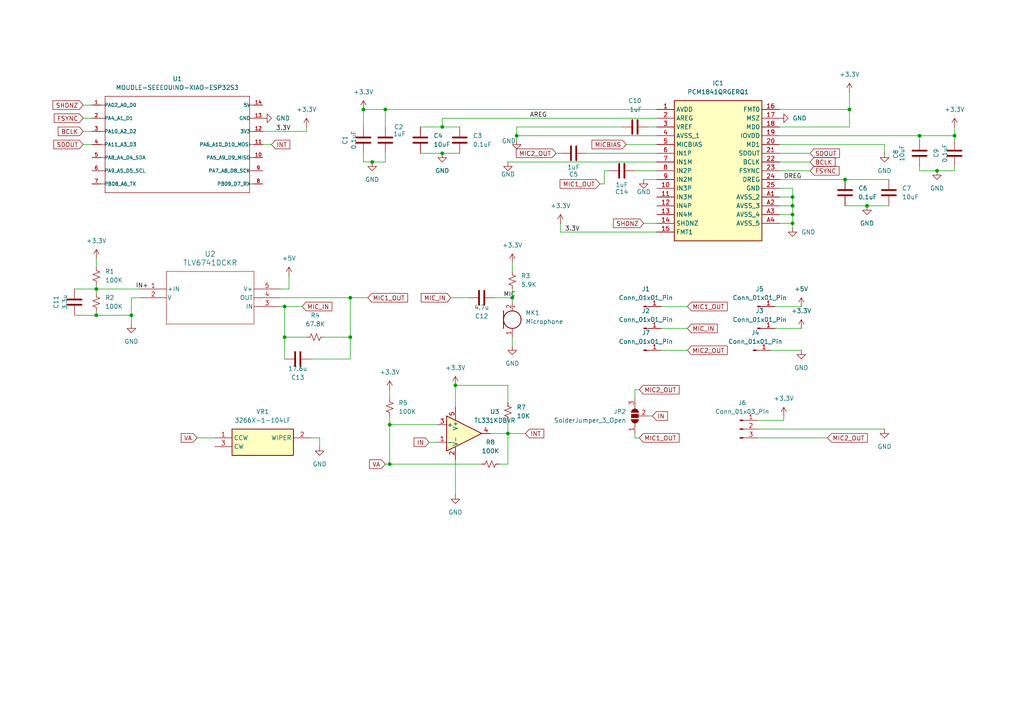
<source format=kicad_sch>
(kicad_sch (version 20231120) (generator "eeschema") (generator_version "8.0")
  (paper "A4")
  (lib_symbols
    (symbol "3266X:3266X-1-104LF"
      (property "Reference" "VR" (at 24.13 7.62 0))
      (property "Value" "3266X-1-104LF" (at 24.13 5.08 0))
      (symbol "3266X-1-104LF_1_1"
        (rectangle (start 5.08 2.54) (end 22.86 -5.08) (stroke (width 0.254)) (fill (type background)))
        (pin passive line (at 0 0 0) (length 5.08) (name "CCW") (number "1"))
        (pin passive line (at 27.94 0 180) (length 5.08) (name "WIPER") (number "2"))
        (pin passive line (at 0 -2.54 0) (length 5.08) (name "CW") (number "3"))
      )
    )
    (symbol "Comparator:TL331" (pin_names (offset 0.127))
      (property "Reference" "U" (at 1.27 5.08 0))
      (property "Value" "TL331" (at 3.81 -5.08 0))
      (symbol "TL331_0_1"
        (polyline (pts (xy -5.08 5.08) (xy 5.08 0) (xy -5.08 -5.08) (xy -5.08 5.08)) (stroke (width 0.254)) (fill (type background)))
      )
      (symbol "TL331_1_1"
        (pin input line (at -7.62 -2.54 0) (length 2.54) (name "-") (number "1"))
        (pin power_in line (at -2.54 -7.62 90) (length 3.81) (name "V-") (number "2"))
        (pin input line (at -7.62 2.54 0) (length 2.54) (name "+") (number "3"))
        (pin open_collector line (at 7.62 0 180) (length 2.54) (name "~") (number "4"))
        (pin power_in line (at -2.54 7.62 270) (length 3.81) (name "V+") (number "5"))
      )
    )
    (symbol "Connector:Conn_01x01_Pin" (pin_names (offset 1.016) hide)
      (property "Reference" "J" (at 0 2.54 0))
      (property "Value" "Conn_01x01_Pin" (at 0 -2.54 0))
      (symbol "Conn_01x01_Pin_1_1"
        (polyline (pts (xy 1.27 0) (xy 0.8636 0)) (stroke (width 0.1524)))
        (rectangle (start 0.8636 0.127) (end 0 -0.127) (stroke (width 0.1524)) (fill (type outline)))
        (pin passive line (at 5.08 0 180) (length 3.81) (name "Pin_1") (number "1"))
      )
    )
    (symbol "Connector:Conn_01x03_Pin" (pin_names (offset 1.016) hide)
      (property "Reference" "J" (at 0 5.08 0))
      (property "Value" "Conn_01x03_Pin" (at 0 -5.08 0))
      (symbol "Conn_01x03_Pin_1_1"
        (polyline (pts (xy 1.27 -2.54) (xy 0.8636 -2.54)) (stroke (width 0.1524)))
        (polyline (pts (xy 1.27 0) (xy 0.8636 0)) (stroke (width 0.1524)))
        (polyline (pts (xy 1.27 2.54) (xy 0.8636 2.54)) (stroke (width 0.1524)))
        (rectangle (start 0.8636 -2.413) (end 0 -2.667) (stroke (width 0.1524)) (fill (type outline)))
        (rectangle (start 0.8636 0.127) (end 0 -0.127) (stroke (width 0.1524)) (fill (type outline)))
        (rectangle (start 0.8636 2.667) (end 0 2.413) (stroke (width 0.1524)) (fill (type outline)))
        (pin passive line (at 5.08 2.54 180) (length 3.81) (name "Pin_1") (number "1"))
        (pin passive line (at 5.08 0 180) (length 3.81) (name "Pin_2") (number "2"))
        (pin passive line (at 5.08 -2.54 180) (length 3.81) (name "Pin_3") (number "3"))
      )
    )
    (symbol "Device:C" (pin_numbers hide) (pin_names (offset 0.254))
      (property "Reference" "C" (at 0.635 2.54 0))
      (property "Value" "C" (at 0.635 -2.54 0))
      (symbol "C_0_1"
        (polyline (pts (xy -2.032 -0.762) (xy 2.032 -0.762)) (stroke (width 0.508)))
        (polyline (pts (xy -2.032 0.762) (xy 2.032 0.762)) (stroke (width 0.508)))
      )
      (symbol "C_1_1"
        (pin passive line (at 0 3.81 270) (length 2.794) (name "~") (number "1"))
        (pin passive line (at 0 -3.81 90) (length 2.794) (name "~") (number "2"))
      )
    )
    (symbol "Device:Microphone" (pin_names (offset 0.0254) hide)
      (property "Reference" "MK" (at -3.81 1.27 0))
      (property "Value" "Microphone" (at -3.81 -0.635 0))
      (symbol "Microphone_0_1"
        (polyline (pts (xy -2.54 2.54) (xy -2.54 -2.54)) (stroke (width 0.254)))
        (polyline (pts (xy 0.254 3.81) (xy 0.762 3.81)))
        (polyline (pts (xy 0.508 4.064) (xy 0.508 3.556)))
        (circle (center 0 0) (radius 2.54) (stroke (width 0.254)))
      )
      (symbol "Microphone_1_1"
        (pin passive line (at 0 -5.08 90) (length 2.54) (name "-") (number "1"))
        (pin passive line (at 0 5.08 270) (length 2.54) (name "+") (number "2"))
      )
    )
    (symbol "Device:R_Small_US" (pin_numbers hide) (pin_names (offset 0.254) hide)
      (property "Reference" "R" (at 0.762 0.508 0))
      (property "Value" "R_Small_US" (at 0.762 -1.016 0))
      (symbol "R_Small_US_1_1"
        (polyline (pts (xy 0 0) (xy 1.016 -0.381) (xy 0 -0.762) (xy -1.016 -1.143) (xy 0 -1.524)))
        (polyline (pts (xy 0 1.524) (xy 1.016 1.143) (xy 0 0.762) (xy -1.016 0.381) (xy 0 0)))
        (pin passive line (at 0 2.54 270) (length 1.016) (name "~") (number "1"))
        (pin passive line (at 0 -2.54 90) (length 1.016) (name "~") (number "2"))
      )
    )
    (symbol "Jumper:SolderJumper_3_Open" (pin_names (offset 0) hide) (exclude_from_sim yes) (in_bom no)
      (property "Reference" "JP" (at -2.54 -2.54 0))
      (property "Value" "SolderJumper_3_Open" (at 0 2.794 0))
      (symbol "SolderJumper_3_Open_0_1"
        (arc (start -1.016 1.016) (mid -2.0276 0) (end -1.016 -1.016))
        (arc (start -1.016 1.016) (mid -2.0276 0) (end -1.016 -1.016) (fill (type outline)))
        (rectangle (start -0.508 1.016) (end 0.508 -1.016) (fill (type outline)))
        (polyline (pts (xy -2.54 0) (xy -2.032 0)))
        (polyline (pts (xy -1.016 1.016) (xy -1.016 -1.016)))
        (polyline (pts (xy 0 -1.27) (xy 0 -1.016)))
        (polyline (pts (xy 1.016 1.016) (xy 1.016 -1.016)))
        (polyline (pts (xy 2.54 0) (xy 2.032 0)))
        (arc (start 1.016 -1.016) (mid 2.0276 0) (end 1.016 1.016))
        (arc (start 1.016 -1.016) (mid 2.0276 0) (end 1.016 1.016) (fill (type outline)))
      )
      (symbol "SolderJumper_3_Open_1_1"
        (pin passive line (at -5.08 0 0) (length 2.54) (name "A") (number "1"))
        (pin passive line (at 0 -3.81 90) (length 2.54) (name "C") (number "2"))
        (pin passive line (at 5.08 0 180) (length 2.54) (name "B") (number "3"))
      )
    )
    (symbol "MOUDLE-SEEEDUINO-XIAO-ESP32S3:MOUDLE-SEEEDUINO-XIAO-ESP32S3" (pin_names (offset 1.016))
      (property "Reference" "U" (at -21.59 15.24 0))
      (property "Value" "MOUDLE-SEEEDUINO-XIAO-ESP32S3" (at -21.59 13.97 0))
      (symbol "MOUDLE-SEEEDUINO-XIAO-ESP32S3_0_0"
        (polyline (pts (xy -21.59 -13.97) (xy -21.59 0)) (stroke (width 0.1524)))
        (polyline (pts (xy -21.59 -11.43) (xy -22.86 -11.43)) (stroke (width 0.1524)))
        (polyline (pts (xy -21.59 -7.62) (xy -22.86 -7.62)) (stroke (width 0.1524)))
        (polyline (pts (xy -21.59 -3.81) (xy -22.86 -3.81)) (stroke (width 0.1524)))
        (polyline (pts (xy -21.59 0) (xy -22.86 0)) (stroke (width 0.1524)))
        (polyline (pts (xy -21.59 0) (xy -21.59 3.81)) (stroke (width 0.1524)))
        (polyline (pts (xy -21.59 3.81) (xy -22.86 3.81)) (stroke (width 0.1524)))
        (polyline (pts (xy -21.59 3.81) (xy -21.59 7.62)) (stroke (width 0.1524)))
        (polyline (pts (xy -21.59 7.62) (xy -22.86 7.62)) (stroke (width 0.1524)))
        (polyline (pts (xy -21.59 7.62) (xy -21.59 11.43)) (stroke (width 0.1524)))
        (polyline (pts (xy -21.59 11.43) (xy -22.86 11.43)) (stroke (width 0.1524)))
        (polyline (pts (xy -21.59 11.43) (xy -21.59 13.97)) (stroke (width 0.1524)))
        (polyline (pts (xy -21.59 13.97) (xy 20.32 13.97)) (stroke (width 0.1524)))
        (polyline (pts (xy 20.32 -13.97) (xy -21.59 -13.97)) (stroke (width 0.1524)))
        (polyline (pts (xy 20.32 3.81) (xy 20.32 -13.97)) (stroke (width 0.1524)))
        (polyline (pts (xy 20.32 7.62) (xy 20.32 3.81)) (stroke (width 0.1524)))
        (polyline (pts (xy 20.32 11.43) (xy 20.32 7.62)) (stroke (width 0.1524)))
        (polyline (pts (xy 20.32 13.97) (xy 20.32 11.43)) (stroke (width 0.1524)))
        (polyline (pts (xy 21.59 -11.43) (xy 20.32 -11.43)) (stroke (width 0.1524)))
        (polyline (pts (xy 21.59 -7.62) (xy 20.32 -7.62)) (stroke (width 0.1524)))
        (polyline (pts (xy 21.59 -3.81) (xy 20.32 -3.81)) (stroke (width 0.1524)))
        (polyline (pts (xy 21.59 0) (xy 20.32 0)) (stroke (width 0.1524)))
        (polyline (pts (xy 21.59 3.81) (xy 20.32 3.81)) (stroke (width 0.1524)))
        (polyline (pts (xy 21.59 7.62) (xy 20.32 7.62)) (stroke (width 0.1524)))
        (polyline (pts (xy 21.59 11.43) (xy 20.32 11.43)) (stroke (width 0.1524)))
        (pin bidirectional line (at -25.4 11.43 0) (length 2.54) (name "PA02_A0_D0") (number "1"))
        (pin bidirectional line (at 24.13 -3.81 180) (length 2.54) (name "PA5_A9_D9_MISO") (number "10"))
        (pin bidirectional line (at 24.13 0 180) (length 2.54) (name "PA6_A10_D10_MOSI") (number "11"))
        (pin bidirectional line (at 24.13 3.81 180) (length 2.54) (name "3V3") (number "12"))
        (pin bidirectional line (at 24.13 7.62 180) (length 2.54) (name "GND") (number "13"))
        (pin bidirectional line (at 24.13 11.43 180) (length 2.54) (name "5V") (number "14"))
        (pin bidirectional line (at -25.4 7.62 0) (length 2.54) (name "PA4_A1_D1") (number "2"))
        (pin bidirectional line (at -25.4 3.81 0) (length 2.54) (name "PA10_A2_D2") (number "3"))
        (pin bidirectional line (at -25.4 0 0) (length 2.54) (name "PA11_A3_D3") (number "4"))
        (pin bidirectional line (at -25.4 -3.81 0) (length 2.54) (name "PA8_A4_D4_SDA") (number "5"))
        (pin bidirectional line (at -25.4 -7.62 0) (length 2.54) (name "PA9_A5_D5_SCL") (number "6"))
        (pin bidirectional line (at -25.4 -11.43 0) (length 2.54) (name "PB08_A6_TX") (number "7"))
        (pin bidirectional line (at 24.13 -11.43 180) (length 2.54) (name "PB09_D7_RX") (number "8"))
        (pin bidirectional line (at 24.13 -7.62 180) (length 2.54) (name "PA7_A8_D8_SCK") (number "9"))
      )
    )
    (symbol "PCM1841QRGERQ1:PCM1841QRGERQ1"
      (property "Reference" "IC" (at 31.75 7.62 0))
      (property "Value" "PCM1841QRGERQ1" (at 31.75 5.08 0))
      (symbol "PCM1841QRGERQ1_1_1"
        (rectangle (start 5.08 2.54) (end 30.48 -38.1) (stroke (width 0.254)) (fill (type background)))
        (pin passive line (at 0 0 0) (length 5.08) (name "AVDD") (number "1"))
        (pin passive line (at 0 -22.86 0) (length 5.08) (name "IN3P") (number "10"))
        (pin passive line (at 0 -25.4 0) (length 5.08) (name "IN3M") (number "11"))
        (pin passive line (at 0 -27.94 0) (length 5.08) (name "IN4P") (number "12"))
        (pin passive line (at 0 -30.48 0) (length 5.08) (name "IN4M") (number "13"))
        (pin passive line (at 0 -33.02 0) (length 5.08) (name "SHDNZ") (number "14"))
        (pin passive line (at 0 -35.56 0) (length 5.08) (name "FMT1") (number "15"))
        (pin passive line (at 35.56 0 180) (length 5.08) (name "FMT0") (number "16"))
        (pin passive line (at 35.56 -2.54 180) (length 5.08) (name "MSZ") (number "17"))
        (pin passive line (at 35.56 -5.08 180) (length 5.08) (name "MD0") (number "18"))
        (pin passive line (at 35.56 -7.62 180) (length 5.08) (name "IOVDD") (number "19"))
        (pin passive line (at 0 -2.54 0) (length 5.08) (name "AREG") (number "2"))
        (pin passive line (at 35.56 -10.16 180) (length 5.08) (name "MD1") (number "20"))
        (pin passive line (at 35.56 -12.7 180) (length 5.08) (name "SDOUT") (number "21"))
        (pin passive line (at 35.56 -15.24 180) (length 5.08) (name "BCLK") (number "22"))
        (pin passive line (at 35.56 -17.78 180) (length 5.08) (name "FSYNC") (number "23"))
        (pin passive line (at 35.56 -20.32 180) (length 5.08) (name "DREG") (number "24"))
        (pin passive line (at 35.56 -22.86 180) (length 5.08) (name "GND") (number "25"))
        (pin passive line (at 0 -5.08 0) (length 5.08) (name "VREF") (number "3"))
        (pin passive line (at 0 -7.62 0) (length 5.08) (name "AVSS_1") (number "4"))
        (pin passive line (at 0 -10.16 0) (length 5.08) (name "MICBIAS") (number "5"))
        (pin passive line (at 0 -12.7 0) (length 5.08) (name "IN1P") (number "6"))
        (pin passive line (at 0 -15.24 0) (length 5.08) (name "IN1M") (number "7"))
        (pin passive line (at 0 -17.78 0) (length 5.08) (name "IN2P") (number "8"))
        (pin passive line (at 0 -20.32 0) (length 5.08) (name "IN2M") (number "9"))
        (pin passive line (at 35.56 -25.4 180) (length 5.08) (name "AVSS_2") (number "A1"))
        (pin passive line (at 35.56 -27.94 180) (length 5.08) (name "AVSS_3") (number "A2"))
        (pin passive line (at 35.56 -30.48 180) (length 5.08) (name "AVSS_4") (number "A3"))
        (pin passive line (at 35.56 -33.02 180) (length 5.08) (name "AVSS_5") (number "A4"))
      )
    )
    (symbol "TLV6741DCKR:TLV6741DCKR" (pin_names (offset 0.254))
      (property "Reference" "U" (at 20.32 10.16 0))
      (property "Value" "TLV6741DCKR" (at 20.32 7.62 0))
      (symbol "TLV6741DCKR_0_1"
        (polyline (pts (xy 7.62 -10.16) (xy 33.02 -10.16)) (stroke (width 0.127)))
        (polyline (pts (xy 7.62 5.08) (xy 7.62 -10.16)) (stroke (width 0.127)))
        (polyline (pts (xy 33.02 -10.16) (xy 33.02 5.08)) (stroke (width 0.127)))
        (polyline (pts (xy 33.02 5.08) (xy 7.62 5.08)) (stroke (width 0.127)))
        (pin input line (at 0 0 0) (length 7.62) (name "+IN") (number "1"))
        (pin unspecified line (at 0 -2.54 0) (length 7.62) (name "V") (number "2"))
        (pin unspecified line (at 40.64 -5.08 180) (length 7.62) (name "IN") (number "3"))
        (pin output line (at 40.64 -2.54 180) (length 7.62) (name "OUT") (number "4"))
        (pin power_in line (at 40.64 0 180) (length 7.62) (name "V+") (number "5"))
      )
    )
    (symbol "power:+3.3V" (power) (pin_numbers hide) (pin_names (offset 0) hide)
      (property "Value" "+3.3V" (at 0 3.556 0))
      (symbol "+3.3V_0_1"
        (polyline (pts (xy -0.762 1.27) (xy 0 2.54)))
        (polyline (pts (xy 0 0) (xy 0 2.54)))
        (polyline (pts (xy 0 2.54) (xy 0.762 1.27)))
      )
      (symbol "+3.3V_1_1"
        (pin power_in line (at 0 0 90) (length 0) (name "~") (number "1"))
      )
    )
    (symbol "power:+5V" (power) (pin_numbers hide) (pin_names (offset 0) hide)
      (property "Value" "+5V" (at 0 3.556 0))
      (symbol "+5V_0_1"
        (polyline (pts (xy -0.762 1.27) (xy 0 2.54)))
        (polyline (pts (xy 0 0) (xy 0 2.54)))
        (polyline (pts (xy 0 2.54) (xy 0.762 1.27)))
      )
      (symbol "+5V_1_1"
        (pin power_in line (at 0 0 90) (length 0) (name "~") (number "1"))
      )
    )
    (symbol "power:GND" (power) (pin_numbers hide) (pin_names (offset 0) hide)
      (property "Value" "GND" (at 0 -3.81 0))
      (symbol "GND_0_1"
        (polyline (pts (xy 0 0) (xy 0 -1.27) (xy 1.27 -1.27) (xy 0 -2.54) (xy -1.27 -1.27) (xy 0 -1.27)))
      )
      (symbol "GND_1_1"
        (pin power_in line (at 0 0 270) (length 0) (name "~") (number "1"))
      )
    )
  )
  (junction (at 111.76 31.75))
  (junction (at 266.7 39.37))
  (junction (at 113.03 123.19))
  (junction (at 128.27 44.45))
  (junction (at 82.55 88.9))
  (junction (at 105.41 31.75))
  (junction (at 246.38 31.75))
  (junction (at 245.11 52.07))
  (junction (at 38.1 91.44))
  (junction (at 82.55 97.79))
  (junction (at 271.78 49.53))
  (junction (at 128.27 36.83))
  (junction (at 101.6 86.36))
  (junction (at 251.46 59.69))
  (junction (at 229.87 64.77))
  (junction (at 276.86 39.37))
  (junction (at 149.86 39.37))
  (junction (at 27.94 83.82))
  (junction (at 147.32 125.73))
  (junction (at 148.59 86.36))
  (junction (at 132.08 111.76))
  (junction (at 229.87 57.15))
  (junction (at 229.87 62.23))
  (junction (at 27.94 91.44))
  (junction (at 101.6 97.79))
  (junction (at 107.95 46.99))
  (junction (at 113.03 134.62))
  (junction (at 229.87 59.69))
  (wire (pts (xy 149.86 39.37) (xy 149.86 40.64)))
  (wire (pts (xy 161.29 44.45) (xy 162.56 44.45)))
  (wire (pts (xy 229.87 54.61) (xy 226.06 54.61)))
  (wire (pts (xy 266.7 39.37) (xy 276.86 39.37)))
  (wire (pts (xy 229.87 62.23) (xy 229.87 64.77)))
  (wire (pts (xy 27.94 91.44) (xy 38.1 91.44)))
  (wire (pts (xy 219.71 121.92) (xy 227.33 121.92)))
  (wire (pts (xy 139.7 134.62) (xy 113.03 134.62)))
  (wire (pts (xy 105.41 31.75) (xy 111.76 31.75)))
  (wire (pts (xy 124.46 128.27) (xy 127 128.27)))
  (wire (pts (xy 227.33 120.65) (xy 227.33 121.92)))
  (wire (pts (xy 121.92 36.83) (xy 128.27 36.83)))
  (wire (pts (xy 147.32 111.76) (xy 132.08 111.76)))
  (wire (pts (xy 38.1 91.44) (xy 38.1 93.98)))
  (wire (pts (xy 27.94 83.82) (xy 27.94 85.09)))
  (wire (pts (xy 175.26 53.34) (xy 175.26 49.53)))
  (wire (pts (xy 226.06 52.07) (xy 245.11 52.07)))
  (wire (pts (xy 24.13 38.1) (xy 26.67 38.1)))
  (wire (pts (xy 229.87 54.61) (xy 229.87 57.15)))
  (wire (pts (xy 181.61 41.91) (xy 190.5 41.91)))
  (wire (pts (xy 219.71 127) (xy 240.03 127)))
  (wire (pts (xy 143.51 86.36) (xy 148.59 86.36)))
  (wire (pts (xy 21.59 83.82) (xy 27.94 83.82)))
  (wire (pts (xy 184.15 113.03) (xy 184.15 115.57)))
  (wire (pts (xy 24.13 34.29) (xy 26.67 34.29)))
  (wire (pts (xy 226.06 57.15) (xy 229.87 57.15)))
  (wire (pts (xy 147.32 134.62) (xy 147.32 125.73)))
  (wire (pts (xy 132.08 111.76) (xy 132.08 118.11)))
  (wire (pts (xy 111.76 31.75) (xy 111.76 36.83)))
  (wire (pts (xy 76.2 41.91) (xy 78.74 41.91)))
  (wire (pts (xy 132.08 133.35) (xy 132.08 143.51)))
  (wire (pts (xy 81.28 83.82) (xy 83.82 83.82)))
  (wire (pts (xy 226.06 36.83) (xy 246.38 36.83)))
  (wire (pts (xy 101.6 97.79) (xy 101.6 104.14)))
  (wire (pts (xy 223.52 101.6) (xy 232.41 101.6)))
  (wire (pts (xy 27.94 82.55) (xy 27.94 83.82)))
  (wire (pts (xy 184.15 127) (xy 185.42 127)))
  (wire (pts (xy 113.03 123.19) (xy 127 123.19)))
  (wire (pts (xy 92.71 127) (xy 92.71 129.54)))
  (wire (pts (xy 226.06 62.23) (xy 229.87 62.23)))
  (wire (pts (xy 24.13 30.48) (xy 26.67 30.48)))
  (wire (pts (xy 266.7 39.37) (xy 266.7 40.64)))
  (wire (pts (xy 226.06 44.45) (xy 234.95 44.45)))
  (wire (pts (xy 105.41 44.45) (xy 105.41 46.99)))
  (wire (pts (xy 121.92 44.45) (xy 128.27 44.45)))
  (wire (pts (xy 24.13 41.91) (xy 26.67 41.91)))
  (wire (pts (xy 147.32 121.92) (xy 147.32 125.73)))
  (wire (pts (xy 149.86 39.37) (xy 190.5 39.37)))
  (wire (pts (xy 111.76 44.45) (xy 111.76 46.99)))
  (wire (pts (xy 229.87 59.69) (xy 229.87 62.23)))
  (wire (pts (xy 229.87 57.15) (xy 229.87 59.69)))
  (wire (pts (xy 229.87 64.77) (xy 226.06 64.77)))
  (wire (pts (xy 128.27 36.83) (xy 133.35 36.83)))
  (wire (pts (xy 191.77 101.6) (xy 199.39 101.6)))
  (wire (pts (xy 149.86 36.83) (xy 149.86 39.37)))
  (wire (pts (xy 162.56 67.31) (xy 190.5 67.31)))
  (wire (pts (xy 101.6 86.36) (xy 106.68 86.36)))
  (wire (pts (xy 187.96 36.83) (xy 190.5 36.83)))
  (wire (pts (xy 82.55 88.9) (xy 82.55 97.79)))
  (wire (pts (xy 186.69 64.77) (xy 190.5 64.77)))
  (wire (pts (xy 224.79 95.25) (xy 232.41 95.25)))
  (wire (pts (xy 187.96 120.65) (xy 189.23 120.65)))
  (wire (pts (xy 113.03 123.19) (xy 113.03 134.62)))
  (wire (pts (xy 170.18 44.45) (xy 190.5 44.45)))
  (wire (pts (xy 226.06 31.75) (xy 246.38 31.75)))
  (wire (pts (xy 105.41 36.83) (xy 105.41 31.75)))
  (wire (pts (xy 185.42 113.03) (xy 184.15 113.03)))
  (wire (pts (xy 276.86 39.37) (xy 276.86 40.64)))
  (wire (pts (xy 148.59 76.2) (xy 148.59 78.74)))
  (wire (pts (xy 90.17 104.14) (xy 101.6 104.14)))
  (wire (pts (xy 113.03 120.65) (xy 113.03 123.19)))
  (wire (pts (xy 173.99 53.34) (xy 175.26 53.34)))
  (wire (pts (xy 226.06 59.69) (xy 229.87 59.69)))
  (wire (pts (xy 27.94 91.44) (xy 27.94 90.17)))
  (wire (pts (xy 226.06 41.91) (xy 256.54 41.91)))
  (wire (pts (xy 93.98 97.79) (xy 101.6 97.79)))
  (wire (pts (xy 107.95 46.99) (xy 111.76 46.99)))
  (wire (pts (xy 40.64 86.36) (xy 38.1 86.36)))
  (wire (pts (xy 180.34 36.83) (xy 149.86 36.83)))
  (wire (pts (xy 219.71 124.46) (xy 256.54 124.46)))
  (wire (pts (xy 229.87 64.77) (xy 229.87 66.04)))
  (wire (pts (xy 190.5 34.29) (xy 128.27 34.29)))
  (wire (pts (xy 191.77 95.25) (xy 199.39 95.25)))
  (wire (pts (xy 82.55 88.9) (xy 87.63 88.9)))
  (wire (pts (xy 224.79 88.9) (xy 232.41 88.9)))
  (wire (pts (xy 226.06 46.99) (xy 234.95 46.99)))
  (wire (pts (xy 245.11 59.69) (xy 251.46 59.69)))
  (wire (pts (xy 276.86 36.83) (xy 276.86 39.37)))
  (wire (pts (xy 245.11 52.07) (xy 257.81 52.07)))
  (wire (pts (xy 128.27 44.45) (xy 133.35 44.45)))
  (wire (pts (xy 130.81 86.36) (xy 135.89 86.36)))
  (wire (pts (xy 271.78 49.53) (xy 276.86 49.53)))
  (wire (pts (xy 81.28 88.9) (xy 82.55 88.9)))
  (wire (pts (xy 81.28 86.36) (xy 101.6 86.36)))
  (wire (pts (xy 88.9 97.79) (xy 82.55 97.79)))
  (wire (pts (xy 226.06 49.53) (xy 234.95 49.53)))
  (wire (pts (xy 76.2 38.1) (xy 88.9 38.1)))
  (wire (pts (xy 266.7 49.53) (xy 271.78 49.53)))
  (wire (pts (xy 27.94 74.93) (xy 27.94 77.47)))
  (wire (pts (xy 175.26 49.53) (xy 176.53 49.53)))
  (wire (pts (xy 184.15 49.53) (xy 190.5 49.53)))
  (wire (pts (xy 111.76 134.62) (xy 113.03 134.62)))
  (wire (pts (xy 101.6 86.36) (xy 101.6 97.79)))
  (wire (pts (xy 83.82 80.01) (xy 83.82 83.82)))
  (wire (pts (xy 246.38 26.67) (xy 246.38 31.75)))
  (wire (pts (xy 144.78 134.62) (xy 147.32 134.62)))
  (wire (pts (xy 162.56 64.77) (xy 162.56 67.31)))
  (wire (pts (xy 226.06 39.37) (xy 266.7 39.37)))
  (wire (pts (xy 251.46 59.69) (xy 257.81 59.69)))
  (wire (pts (xy 147.32 116.84) (xy 147.32 111.76)))
  (wire (pts (xy 147.32 125.73) (xy 142.24 125.73)))
  (wire (pts (xy 191.77 88.9) (xy 199.39 88.9)))
  (wire (pts (xy 246.38 31.75) (xy 246.38 36.83)))
  (wire (pts (xy 90.17 127) (xy 92.71 127)))
  (wire (pts (xy 256.54 41.91) (xy 256.54 44.45)))
  (wire (pts (xy 27.94 83.82) (xy 40.64 83.82)))
  (wire (pts (xy 266.7 48.26) (xy 266.7 49.53)))
  (wire (pts (xy 21.59 91.44) (xy 27.94 91.44)))
  (wire (pts (xy 148.59 86.36) (xy 148.59 87.63)))
  (wire (pts (xy 105.41 46.99) (xy 107.95 46.99)))
  (wire (pts (xy 57.15 127) (xy 62.23 127)))
  (wire (pts (xy 82.55 97.79) (xy 82.55 104.14)))
  (wire (pts (xy 147.32 125.73) (xy 152.4 125.73)))
  (wire (pts (xy 128.27 34.29) (xy 128.27 36.83)))
  (wire (pts (xy 147.32 46.99) (xy 190.5 46.99)))
  (wire (pts (xy 88.9 36.83) (xy 88.9 38.1)))
  (wire (pts (xy 276.86 48.26) (xy 276.86 49.53)))
  (wire (pts (xy 113.03 113.03) (xy 113.03 115.57)))
  (wire (pts (xy 184.15 125.73) (xy 184.15 127)))
  (wire (pts (xy 38.1 86.36) (xy 38.1 91.44)))
  (wire (pts (xy 148.59 97.79) (xy 148.59 100.33)))
  (wire (pts (xy 186.69 52.07) (xy 190.5 52.07)))
  (wire (pts (xy 111.76 31.75) (xy 190.5 31.75)))
  (wire (pts (xy 148.59 83.82) (xy 148.59 86.36)))
  (label "IN+" (at 39.37 83.82 0))
  (label "3.3V" (at 163.83 67.31 0))
  (label "AREG" (at 153.67 34.29 0))
  (label "DREG" (at 227.33 52.07 0))
  (label "3.3V" (at 80.01 38.1 0))
  (label "MIC" (at 146.05 86.36 0))
  (global_label "SDOUT" (shape input) (at 24.13 41.91 180) (property "Intersheetrefs" "${INTERSHEET_REFS}" (effects (hide yes))))
  (global_label "BCLK" (shape input) (at 234.95 46.99 0) (property "Intersheetrefs" "${INTERSHEET_REFS}" (effects (hide yes))))
  (global_label "SDOUT" (shape input) (at 234.95 44.45 0) (property "Intersheetrefs" "${INTERSHEET_REFS}" (effects (hide yes))))
  (global_label "MIC1_OUT" (shape input) (at 185.42 127 0) (property "Intersheetrefs" "${INTERSHEET_REFS}" (effects (hide yes))))
  (global_label "IN" (shape input) (at 189.23 120.65 0) (property "Intersheetrefs" "${INTERSHEET_REFS}" (effects (hide yes))))
  (global_label "MIC2_OUT" (shape input) (at 185.42 113.03 0) (property "Intersheetrefs" "${INTERSHEET_REFS}" (effects (hide yes))))
  (global_label "SHDNZ" (shape input) (at 24.13 30.48 180) (property "Intersheetrefs" "${INTERSHEET_REFS}" (effects (hide yes))))
  (global_label "MIC2_OUT" (shape input) (at 240.03 127 0) (property "Intersheetrefs" "${INTERSHEET_REFS}" (effects (hide yes))))
  (global_label "MIC2_OUT" (shape input) (at 161.29 44.45 180) (property "Intersheetrefs" "${INTERSHEET_REFS}" (effects (hide yes))))
  (global_label "FSYNC" (shape input) (at 234.95 49.53 0) (property "Intersheetrefs" "${INTERSHEET_REFS}" (effects (hide yes))))
  (global_label "MIC_IN" (shape input) (at 199.39 95.25 0) (property "Intersheetrefs" "${INTERSHEET_REFS}" (effects (hide yes))))
  (global_label "INT" (shape input) (at 152.4 125.73 0) (property "Intersheetrefs" "${INTERSHEET_REFS}" (effects (hide yes))))
  (global_label "SHDNZ" (shape input) (at 186.69 64.77 180) (property "Intersheetrefs" "${INTERSHEET_REFS}" (effects (hide yes))))
  (global_label "MIC1_OUT" (shape input) (at 199.39 88.9 0) (property "Intersheetrefs" "${INTERSHEET_REFS}" (effects (hide yes))))
  (global_label "VA" (shape input) (at 57.15 127 180) (property "Intersheetrefs" "${INTERSHEET_REFS}" (effects (hide yes))))
  (global_label "INT" (shape input) (at 78.74 41.91 0) (property "Intersheetrefs" "${INTERSHEET_REFS}" (effects (hide yes))))
  (global_label "IN" (shape input) (at 124.46 128.27 180) (property "Intersheetrefs" "${INTERSHEET_REFS}" (effects (hide yes))))
  (global_label "BCLK" (shape input) (at 24.13 38.1 180) (property "Intersheetrefs" "${INTERSHEET_REFS}" (effects (hide yes))))
  (global_label "MICBIAS" (shape input) (at 181.61 41.91 180) (property "Intersheetrefs" "${INTERSHEET_REFS}" (effects (hide yes))))
  (global_label "MIC_IN" (shape input) (at 130.81 86.36 180) (property "Intersheetrefs" "${INTERSHEET_REFS}" (effects (hide yes))))
  (global_label "VA" (shape input) (at 111.76 134.62 180) (property "Intersheetrefs" "${INTERSHEET_REFS}" (effects (hide yes))))
  (global_label "MIC1_OUT" (shape input) (at 173.99 53.34 180) (property "Intersheetrefs" "${INTERSHEET_REFS}" (effects (hide yes))))
  (global_label "MIC1_OUT" (shape input) (at 106.68 86.36 0) (property "Intersheetrefs" "${INTERSHEET_REFS}" (effects (hide yes))))
  (global_label "MIC_IN" (shape input) (at 87.63 88.9 0) (property "Intersheetrefs" "${INTERSHEET_REFS}" (effects (hide yes))))
  (global_label "MIC2_OUT" (shape input) (at 199.39 101.6 0) (property "Intersheetrefs" "${INTERSHEET_REFS}" (effects (hide yes))))
  (global_label "FSYNC" (shape input) (at 24.13 34.29 180) (property "Intersheetrefs" "${INTERSHEET_REFS}" (effects (hide yes))))
  (symbol (lib_id "Device:Microphone") (at 148.59 92.71 0) (unit 1)
    (property "Reference" "MK1" (at 152.4 90.7414 0) (effects (justify left)))
    (property "Value" "Microphone" (at 152.4 93.2814 0) (effects (justify left)))
    (property "Footprint" "footprints:CUI_CMC-5042PF-AC" (effects (hide yes)))
    (property "Datasheet" "tekbots" (effects (hide yes)))
    (property "Description" "Microphone" (effects (hide yes)))
  )
  (symbol (lib_id "Comparator:TL331") (at 134.62 125.73 0) (unit 1)
    (property "Reference" "U3" (at 143.51 119.4114 0))
    (property "Value" "TL331KDBVR" (at 143.51 121.9514 0))
    (property "Footprint" "Package_TO_SOT_SMD:SOT-23-5" (effects (hide yes)))
    (property "Datasheet" "http://www.ti.com/lit/ds/symlink/tl331.pdf" (effects (hide yes)))
    (property "Description" "Single Differential Comparator with Open-Collector Output, SOT-23-5" (effects (hide yes)))
  )
  (symbol (lib_id "TLV6741DCKR:TLV6741DCKR") (at 40.64 83.82 0) (unit 1)
    (property "Reference" "U2" (at 60.96 73.66 0) (effects (font (size 1.524 1.524))))
    (property "Value" "TLV6741DCKR" (at 60.96 76.2 0) (effects (font (size 1.524 1.524))))
    (property "Footprint" "footprints:DCK5_TEX-L" (effects (hide yes)))
    (property "Datasheet" "TLV6741DCKR" (effects (hide yes)))
  )
  (symbol (lib_id "3266X:3266X-1-104LF") (at 62.23 127 0) (unit 1)
    (property "Reference" "VR1" (at 76.2 119.38 0))
    (property "Value" "3266X-1-104LF" (at 76.2 121.92 0))
    (property "Footprint" "footprints:3266X1104LF" (effects (hide yes)))
    (property "Datasheet" "https://www.bourns.com/docs/Product-Datasheets/3266.pdf" (effects (hide yes)))
    (property "Description" "100k, Through Hole Trimmer Potentiometer 0.25W Side Adjust Bourns, 3266" (effects (hide yes)))
    (property "Height" "7.75" (effects (hide yes)))
    (property "Manufacturer_Name" "Bourns" (effects (hide yes)))
    (property "Manufacturer_Part_Number" "3266X-1-104LF" (effects (hide yes)))
    (property "Mouser Part Number" "652-3266X-1-104LF" (effects (hide yes)))
    (property "Mouser Price/Stock" "https://www.mouser.co.uk/ProductDetail/Bourns/3266X-1-104LF?qs=%252B8v4bwhISUJO8ki8U2kK7w%3D%3D" (effects (hide yes)))
    (property "Arrow Part Number" "3266X-1-104LF" (effects (hide yes)))
    (property "Arrow Price/Stock" "https://www.arrow.com/en/products/3266x-1-104lf/bourns?region=europe" (effects (hide yes)))
  )
  (symbol (lib_id "MOUDLE-SEEEDUINO-XIAO-ESP32S3:MOUDLE-SEEEDUINO-XIAO-ESP32S3") (at 52.07 41.91 0) (unit 1)
    (property "Reference" "U1" (at 51.435 22.86 0))
    (property "Value" "MOUDLE-SEEEDUINO-XIAO-ESP32S3" (at 51.435 25.4 0))
    (property "Footprint" "footprints:XIAO-ESP32S3-DIP" (effects (hide yes)))
    (property "Datasheet" "have already" (effects (hide yes)))
  )
  (symbol (lib_id "power:GND") (at 229.87 66.04 0) (unit 1)
    (property "Reference" "#PWR08" (effects (hide yes)))
    (property "Value" "GND" (at 232.41 67.3099 0) (effects (justify left)))
    (property "Description" "Power symbol creates a global label with name \"GND\" , ground" (effects (hide yes)))
  )
  (symbol (lib_id "Connector:Conn_01x01_Pin") (at 186.69 95.25 0) (unit 1)
    (property "Reference" "J2" (at 187.325 90.17 0))
    (property "Value" "Conn_01x01_Pin" (at 187.325 92.71 0))
    (property "Footprint" "Connector_PinHeader_2.54mm:PinHeader_1x01_P2.54mm_Vertical" (effects (hide yes)))
    (property "Datasheet" "tekbots" (effects (hide yes)))
    (property "Description" "Generic connector, single row, 01x01, script generated" (effects (hide yes)))
  )
  (symbol (lib_id "power:GND") (at 271.78 49.53 0) (unit 1)
    (property "Reference" "#PWR06" (effects (hide yes)))
    (property "Value" "GND" (at 271.78 54.61 0))
    (property "Description" "Power symbol creates a global label with name \"GND\" , ground" (effects (hide yes)))
  )
  (symbol (lib_id "power:+3.3V") (at 105.41 31.75 0) (unit 1)
    (property "Reference" "#PWR03" (effects (hide yes)))
    (property "Value" "+3.3V" (at 105.41 26.67 0))
    (property "Description" "Power symbol creates a global label with name \"+3.3V\"" (effects (hide yes)))
  )
  (symbol (lib_id "power:+3.3V") (at 88.9 36.83 0) (unit 1)
    (property "Reference" "#PWR012" (effects (hide yes)))
    (property "Value" "+3.3V" (at 88.9 31.75 0))
    (property "Description" "Power symbol creates a global label with name \"+3.3V\"" (effects (hide yes)))
  )
  (symbol (lib_id "Device:C") (at 21.59 87.63 180) (unit 1)
    (property "Reference" "C11" (at 16.256 87.63 90))
    (property "Value" "3.3u" (at 18.796 87.63 90))
    (property "Footprint" "Capacitor_SMD:C_0805_2012Metric_Pad1.18x1.45mm_HandSolder" (effects (hide yes)))
    (property "Datasheet" "C2012X7R1A335K125AC" (effects (hide yes)))
    (property "Description" "Unpolarized capacitor" (effects (hide yes)))
  )
  (symbol (lib_id "power:GND") (at 251.46 59.69 0) (unit 1)
    (property "Reference" "#PWR07" (effects (hide yes)))
    (property "Value" "GND" (at 251.46 64.77 0))
    (property "Description" "Power symbol creates a global label with name \"GND\" , ground" (effects (hide yes)))
  )
  (symbol (lib_id "Device:C") (at 180.34 49.53 90) (unit 1)
    (property "Reference" "C14" (at 180.34 55.626 90))
    (property "Value" "1uF" (at 180.34 53.594 90))
    (property "Footprint" "Capacitor_SMD:C_0805_2012Metric_Pad1.18x1.45mm_HandSolder" (effects (hide yes)))
    (property "Datasheet" "CL21B105KBFNNNG" (effects (hide yes)))
    (property "Description" "Unpolarized capacitor" (effects (hide yes)))
  )
  (symbol (lib_id "Connector:Conn_01x01_Pin") (at 186.69 101.6 0) (unit 1)
    (property "Reference" "J7" (at 187.325 96.52 0))
    (property "Value" "Conn_01x01_Pin" (at 187.325 99.06 0))
    (property "Footprint" "Connector_PinHeader_2.54mm:PinHeader_1x01_P2.54mm_Vertical" (effects (hide yes)))
    (property "Datasheet" "tekbots" (effects (hide yes)))
    (property "Description" "Generic connector, single row, 01x01, script generated" (effects (hide yes)))
  )
  (symbol (lib_id "power:GND") (at 256.54 124.46 0) (unit 1)
    (property "Reference" "#PWR025" (effects (hide yes)))
    (property "Value" "GND" (at 256.54 129.54 0))
    (property "Description" "Power symbol creates a global label with name \"GND\" , ground" (effects (hide yes)))
  )
  (symbol (lib_id "power:GND") (at 128.27 44.45 0) (unit 1)
    (property "Reference" "#PWR02" (effects (hide yes)))
    (property "Value" "GND" (at 128.27 49.53 0))
    (property "Description" "Power symbol creates a global label with name \"GND\" , ground" (effects (hide yes)))
  )
  (symbol (lib_id "Device:C") (at 257.81 55.88 180) (unit 1)
    (property "Reference" "C7" (at 261.62 54.6099 0) (effects (justify right)))
    (property "Value" "10uF" (at 261.62 57.1499 0) (effects (justify right)))
    (property "Footprint" "Capacitor_SMD:C_0805_2012Metric" (effects (hide yes)))
    (property "Datasheet" "0805W106K250CC" (effects (hide yes)))
    (property "Description" "Unpolarized capacitor" (effects (hide yes)))
  )
  (symbol (lib_id "Device:C") (at 245.11 55.88 0) (unit 1)
    (property "Reference" "C6" (at 248.92 54.6099 0) (effects (justify left)))
    (property "Value" "0.1uF" (at 248.92 57.1499 0) (effects (justify left)))
    (property "Footprint" "Capacitor_SMD:C_0805_2012Metric" (effects (hide yes)))
    (property "Datasheet" "CC0805KRX7R9BB104" (effects (hide yes)))
    (property "Description" "Unpolarized capacitor" (effects (hide yes)))
  )
  (symbol (lib_id "power:GND") (at 147.32 46.99 0) (unit 1)
    (property "Reference" "#PWR04" (effects (hide yes)))
    (property "Value" "GND" (at 145.288 50.546 0) (effects (justify left)))
    (property "Description" "Power symbol creates a global label with name \"GND\" , ground" (effects (hide yes)))
  )
  (symbol (lib_id "power:GND") (at 149.86 40.64 0) (unit 1)
    (property "Reference" "#PWR013" (effects (hide yes)))
    (property "Value" "GND" (at 147.574 40.894 0))
    (property "Description" "Power symbol creates a global label with name \"GND\" , ground" (effects (hide yes)))
  )
  (symbol (lib_id "power:+3.3V") (at 132.08 111.76 0) (unit 1)
    (property "Reference" "#PWR028" (effects (hide yes)))
    (property "Value" "+3.3V" (at 132.08 106.68 0))
    (property "Description" "Power symbol creates a global label with name \"+3.3V\"" (effects (hide yes)))
  )
  (symbol (lib_id "power:+3.3V") (at 27.94 74.93 0) (unit 1)
    (property "Reference" "#PWR018" (effects (hide yes)))
    (property "Value" "+3.3V" (at 27.94 69.85 0))
    (property "Description" "Power symbol creates a global label with name \"+3.3V\"" (effects (hide yes)))
  )
  (symbol (lib_id "power:GND") (at 76.2 34.29 90) (unit 1)
    (property "Reference" "#PWR011" (effects (hide yes)))
    (property "Value" "GND" (at 80.01 34.2899 90) (effects (justify right)))
    (property "Description" "Power symbol creates a global label with name \"GND\" , ground" (effects (hide yes)))
  )
  (symbol (lib_id "Device:C") (at 111.76 40.64 180) (unit 1)
    (property "Reference" "C2" (at 114.3 36.83 0) (effects (justify right)))
    (property "Value" "1uF" (at 114.046 38.862 0) (effects (justify right)))
    (property "Footprint" "Capacitor_SMD:C_0805_2012Metric_Pad1.18x1.45mm_HandSolder" (effects (hide yes)))
    (property "Datasheet" "CL21B105KBFNNNG" (effects (hide yes)))
    (property "Description" "Unpolarized capacitor" (effects (hide yes)))
  )
  (symbol (lib_id "PCM1841QRGERQ1:PCM1841QRGERQ1") (at 190.5 31.75 0) (unit 1)
    (property "Reference" "IC1" (at 208.28 24.13 0))
    (property "Value" "PCM1841QRGERQ1" (at 208.28 26.67 0))
    (property "Footprint" "footprints:PCM1841QRGERQ1" (effects (hide yes)))
    (property "Datasheet" "https://www.ti.com/lit/ds/symlink/pcm1841-q1.pdf" (effects (hide yes)))
    (property "Description" "Analog to Digital Converters - ADC Automotive, quad-channel 32-bit 192-kHz audio analog-to-digital converter (ADC) 24-VQFN -40 to 125" (effects (hide yes)))
    (property "Height" "1" (effects (hide yes)))
    (property "Manufacturer_Name" "Texas Instruments" (effects (hide yes)))
    (property "Manufacturer_Part_Number" "PCM1841QRGERQ1" (effects (hide yes)))
  )
  (symbol (lib_id "Device:R_Small_US") (at 91.44 97.79 90) (unit 1)
    (property "Reference" "R4" (at 91.44 91.44 90))
    (property "Value" "67.8K" (at 91.44 93.98 90))
    (property "Footprint" "Resistor_SMD:R_0603_1608Metric_Pad0.98x0.95mm_HandSolder" (effects (hide yes)))
    (property "Datasheet" "https://www.yageo.com/upload/media/product/app/datasheet/rchip/pyu-rt_1-to-0.01_rohs_l.pdf" (effects (hide yes)))
    (property "Description" "RT0603BRD0767K3L" (effects (hide yes)))
  )
  (symbol (lib_id "Device:R_Small_US") (at 27.94 87.63 0) (unit 1)
    (property "Reference" "R2" (at 30.48 86.3599 0) (effects (justify left)))
    (property "Value" "100K" (at 30.48 88.8999 0) (effects (justify left)))
    (property "Footprint" "Resistor_SMD:R_0805_2012Metric" (effects (hide yes)))
    (property "Datasheet" "RC0805FR-07100KL" (effects (hide yes)))
    (property "Description" "RC0805FR-07100KL" (effects (hide yes)))
  )
  (symbol (lib_id "power:+3.3V") (at 246.38 26.67 0) (unit 1)
    (property "Reference" "#PWR014" (effects (hide yes)))
    (property "Value" "+3.3V" (at 246.38 21.59 0))
    (property "Description" "Power symbol creates a global label with name \"+3.3V\"" (effects (hide yes)))
  )
  (symbol (lib_id "power:GND") (at 92.71 129.54 0) (unit 1)
    (property "Reference" "#PWR030" (effects (hide yes)))
    (property "Value" "GND" (at 92.71 134.62 0))
    (property "Description" "Power symbol creates a global label with name \"GND\" , ground" (effects (hide yes)))
  )
  (symbol (lib_id "power:+5V") (at 232.41 88.9 0) (unit 1)
    (property "Reference" "#PWR023" (effects (hide yes)))
    (property "Value" "+5V" (at 232.41 83.82 0))
    (property "Description" "Power symbol creates a global label with name \"+5V\"" (effects (hide yes)))
  )
  (symbol (lib_id "Device:C") (at 133.35 40.64 0) (unit 1)
    (property "Reference" "C3" (at 137.16 39.3699 0) (effects (justify left)))
    (property "Value" "0.1uF" (at 137.16 41.9099 0) (effects (justify left)))
    (property "Footprint" "Capacitor_SMD:C_0805_2012Metric" (effects (hide yes)))
    (property "Datasheet" "CC0805KRX7R9BB104" (effects (hide yes)))
    (property "Description" "Unpolarized capacitor" (effects (hide yes)))
  )
  (symbol (lib_id "Device:C") (at 266.7 44.45 180) (unit 1)
    (property "Reference" "C8" (at 259.842 44.704 90))
    (property "Value" "10uF" (at 261.62 44.45 90))
    (property "Footprint" "Capacitor_SMD:C_0805_2012Metric" (effects (hide yes)))
    (property "Datasheet" "0805W106K250CC" (effects (hide yes)))
    (property "Description" "Unpolarized capacitor" (effects (hide yes)))
  )
  (symbol (lib_id "Device:C") (at 166.37 44.45 90) (unit 1)
    (property "Reference" "C5" (at 166.37 50.546 90))
    (property "Value" "1uF" (at 166.37 48.514 90))
    (property "Footprint" "Capacitor_SMD:C_0805_2012Metric_Pad1.18x1.45mm_HandSolder" (effects (hide yes)))
    (property "Datasheet" "CL21B105KBFNNNG" (effects (hide yes)))
    (property "Description" "Unpolarized capacitor" (effects (hide yes)))
  )
  (symbol (lib_id "power:GND") (at 38.1 93.98 0) (unit 1)
    (property "Reference" "#PWR017" (effects (hide yes)))
    (property "Value" "GND" (at 38.1 99.06 0))
    (property "Description" "Power symbol creates a global label with name \"GND\" , ground" (effects (hide yes)))
  )
  (symbol (lib_id "Jumper:SolderJumper_3_Open") (at 184.15 120.65 90) (unit 1) (exclude_from_sim yes) (in_bom no)
    (property "Reference" "JP2" (at 181.61 119.3799 90) (effects (justify left)))
    (property "Value" "SolderJumper_3_Open" (at 181.61 121.9199 90) (effects (justify left)))
    (property "Footprint" "Jumper:SolderJumper-3_P1.3mm_Open_RoundedPad1.0x1.5mm_NumberLabels" (effects (hide yes)))
    (property "Description" "Solder Jumper, 3-pole, open" (effects (hide yes)))
  )
  (symbol (lib_id "power:+3.3V") (at 232.41 95.25 0) (unit 1)
    (property "Reference" "#PWR021" (effects (hide yes)))
    (property "Value" "+3.3V" (at 232.41 90.17 0))
    (property "Description" "Power symbol creates a global label with name \"+3.3V\"" (effects (hide yes)))
  )
  (symbol (lib_id "Device:C") (at 184.15 36.83 90) (unit 1)
    (property "Reference" "C10" (at 184.15 29.21 90))
    (property "Value" "1uF" (at 184.404 31.75 90))
    (property "Footprint" "Capacitor_SMD:C_0805_2012Metric_Pad1.18x1.45mm_HandSolder" (effects (hide yes)))
    (property "Datasheet" "CL21B105KBFNNNG" (effects (hide yes)))
    (property "Description" "Unpolarized capacitor" (effects (hide yes)))
  )
  (symbol (lib_id "power:+3.3V") (at 148.59 76.2 0) (unit 1)
    (property "Reference" "#PWR019" (effects (hide yes)))
    (property "Value" "+3.3V" (at 148.59 71.12 0))
    (property "Description" "Power symbol creates a global label with name \"+3.3V\"" (effects (hide yes)))
  )
  (symbol (lib_id "Connector:Conn_01x01_Pin") (at 218.44 101.6 0) (unit 1)
    (property "Reference" "J4" (at 219.075 96.52 0))
    (property "Value" "Conn_01x01_Pin" (at 219.075 99.06 0))
    (property "Footprint" "Connector_PinHeader_2.54mm:PinHeader_1x01_P2.54mm_Vertical" (effects (hide yes)))
    (property "Datasheet" "tekbots" (effects (hide yes)))
    (property "Description" "Generic connector, single row, 01x01, script generated" (effects (hide yes)))
  )
  (symbol (lib_id "Device:R_Small_US") (at 142.24 134.62 90) (unit 1)
    (property "Reference" "R8" (at 142.24 128.27 90))
    (property "Value" "100K" (at 142.24 130.81 90))
    (property "Footprint" "Resistor_SMD:R_0805_2012Metric" (effects (hide yes)))
    (property "Datasheet" "RC0805FR-07100KL" (effects (hide yes)))
    (property "Description" "Resistor, small US symbol" (effects (hide yes)))
  )
  (symbol (lib_id "Device:C") (at 276.86 44.45 180) (unit 1)
    (property "Reference" "C9" (at 271.526 44.45 90))
    (property "Value" "0.1uF" (at 274.066 44.45 90))
    (property "Footprint" "Capacitor_SMD:C_0805_2012Metric" (effects (hide yes)))
    (property "Datasheet" "CC0805KRX7R9BB104" (effects (hide yes)))
    (property "Description" "Unpolarized capacitor" (effects (hide yes)))
  )
  (symbol (lib_id "power:+3.3V") (at 113.03 113.03 0) (unit 1)
    (property "Reference" "#PWR029" (effects (hide yes)))
    (property "Value" "+3.3V" (at 113.03 107.95 0))
    (property "Description" "Power symbol creates a global label with name \"+3.3V\"" (effects (hide yes)))
  )
  (symbol (lib_id "Device:R_Small_US") (at 147.32 119.38 0) (unit 1)
    (property "Reference" "R7" (at 149.86 118.1099 0) (effects (justify left)))
    (property "Value" "10K" (at 149.86 120.6499 0) (effects (justify left)))
    (property "Footprint" "Resistor_SMD:R_0805_2012Metric" (effects (hide yes)))
    (property "Datasheet" "RR1220P-103-D" (effects (hide yes)))
    (property "Description" "Resistor, small US symbol" (effects (hide yes)))
  )
  (symbol (lib_id "Device:R_Small_US") (at 113.03 118.11 0) (unit 1)
    (property "Reference" "R5" (at 115.57 116.8399 0) (effects (justify left)))
    (property "Value" "100K" (at 115.57 119.3799 0) (effects (justify left)))
    (property "Footprint" "Resistor_SMD:R_0805_2012Metric" (effects (hide yes)))
    (property "Datasheet" "RC0805FR-07100KL" (effects (hide yes)))
    (property "Description" "Resistor, small US symbol" (effects (hide yes)))
  )
  (symbol (lib_id "Connector:Conn_01x01_Pin") (at 186.69 88.9 0) (unit 1)
    (property "Reference" "J1" (at 187.325 83.82 0))
    (property "Value" "Conn_01x01_Pin" (at 187.325 86.36 0))
    (property "Footprint" "Connector_PinHeader_2.54mm:PinHeader_1x01_P2.54mm_Vertical" (effects (hide yes)))
    (property "Datasheet" "tekbots" (effects (hide yes)))
    (property "Description" "Generic connector, single row, 01x01, script generated" (effects (hide yes)))
  )
  (symbol (lib_id "power:+3.3V") (at 276.86 36.83 0) (unit 1)
    (property "Reference" "#PWR010" (effects (hide yes)))
    (property "Value" "+3.3V" (at 276.86 31.75 0))
    (property "Description" "Power symbol creates a global label with name \"+3.3V\"" (effects (hide yes)))
  )
  (symbol (lib_id "Device:R_Small_US") (at 27.94 80.01 0) (unit 1)
    (property "Reference" "R1" (at 30.48 78.7399 0) (effects (justify left)))
    (property "Value" "100K" (at 30.48 81.2799 0) (effects (justify left)))
    (property "Footprint" "Resistor_SMD:R_0805_2012Metric" (effects (hide yes)))
    (property "Datasheet" "RC0805FR-07100KL" (effects (hide yes)))
    (property "Description" "Resistor, small US symbol" (effects (hide yes)))
  )
  (symbol (lib_id "power:GND") (at 107.95 46.99 0) (unit 1)
    (property "Reference" "#PWR01" (effects (hide yes)))
    (property "Value" "GND" (at 107.95 52.07 0))
    (property "Description" "Power symbol creates a global label with name \"GND\" , ground" (effects (hide yes)))
  )
  (symbol (lib_id "Connector:Conn_01x01_Pin") (at 219.71 88.9 0) (unit 1)
    (property "Reference" "J5" (at 220.345 83.82 0))
    (property "Value" "Conn_01x01_Pin" (at 220.345 86.36 0))
    (property "Footprint" "Connector_PinHeader_2.54mm:PinHeader_1x01_P2.54mm_Vertical" (effects (hide yes)))
    (property "Datasheet" "tekbots" (effects (hide yes)))
    (property "Description" "Generic connector, single row, 01x01, script generated" (effects (hide yes)))
  )
  (symbol (lib_id "Connector:Conn_01x01_Pin") (at 219.71 95.25 0) (unit 1)
    (property "Reference" "J3" (at 220.345 90.17 0))
    (property "Value" "Conn_01x01_Pin" (at 220.345 92.71 0))
    (property "Footprint" "Connector_PinHeader_2.54mm:PinHeader_1x01_P2.54mm_Vertical" (effects (hide yes)))
    (property "Datasheet" "tekbots" (effects (hide yes)))
    (property "Description" "Generic connector, single row, 01x01, script generated" (effects (hide yes)))
  )
  (symbol (lib_id "power:GND") (at 232.41 101.6 0) (unit 1)
    (property "Reference" "#PWR022" (effects (hide yes)))
    (property "Value" "GND" (at 232.41 106.68 0))
    (property "Description" "Power symbol creates a global label with name \"GND\" , ground" (effects (hide yes)))
  )
  (symbol (lib_id "Device:C") (at 86.36 104.14 270) (unit 1)
    (property "Reference" "C13" (at 86.36 109.474 90))
    (property "Value" "17.6u" (at 86.36 106.934 90))
    (property "Footprint" "Capacitor_SMD:C_1210_3225Metric" (effects (hide yes)))
    (property "Datasheet" "C1210C186K4PACTU" (effects (hide yes)))
    (property "Description" "GJM1555C1H170FB01D" (effects (hide yes)))
  )
  (symbol (lib_id "power:GND") (at 186.69 52.07 0) (unit 1)
    (property "Reference" "#PWR024" (effects (hide yes)))
    (property "Value" "GND" (at 184.658 55.626 0) (effects (justify left)))
    (property "Description" "Power symbol creates a global label with name \"GND\" , ground" (effects (hide yes)))
  )
  (symbol (lib_id "power:+3.3V") (at 227.33 120.65 0) (unit 1)
    (property "Reference" "#PWR026" (effects (hide yes)))
    (property "Value" "+3.3V" (at 227.33 115.57 0))
    (property "Description" "Power symbol creates a global label with name \"+3.3V\"" (effects (hide yes)))
  )
  (symbol (lib_id "power:GND") (at 148.59 100.33 0) (unit 1)
    (property "Reference" "#PWR020" (effects (hide yes)))
    (property "Value" "GND" (at 148.59 105.41 0))
    (property "Description" "Power symbol creates a global label with name \"GND\" , ground" (effects (hide yes)))
  )
  (symbol (lib_id "Device:C") (at 139.7 86.36 270) (unit 1)
    (property "Reference" "C12" (at 139.7 91.694 90))
    (property "Value" "4.7u" (at 139.7 89.154 90))
    (property "Footprint" "Capacitor_SMD:C_0805_2012Metric_Pad1.18x1.45mm_HandSolder" (effects (hide yes)))
    (property "Datasheet" "CL21A475KAQNNNE" (effects (hide yes)))
    (property "Description" "Unpolarized capacitor" (effects (hide yes)))
  )
  (symbol (lib_id "power:GND") (at 132.08 143.51 0) (unit 1)
    (property "Reference" "#PWR027" (effects (hide yes)))
    (property "Value" "GND" (at 132.08 148.59 0))
    (property "Description" "Power symbol creates a global label with name \"GND\" , ground" (effects (hide yes)))
  )
  (symbol (lib_id "Device:C") (at 105.41 40.64 180) (unit 1)
    (property "Reference" "C1" (at 100.076 40.64 90))
    (property "Value" "0.1uF" (at 102.616 40.64 90))
    (property "Footprint" "Capacitor_SMD:C_0805_2012Metric" (effects (hide yes)))
    (property "Datasheet" "CC0805KRX7R9BB104" (effects (hide yes)))
    (property "Description" "Unpolarized capacitor" (effects (hide yes)))
  )
  (symbol (lib_id "power:GND") (at 256.54 44.45 0) (unit 1)
    (property "Reference" "#PWR015" (effects (hide yes)))
    (property "Value" "GND" (at 256.54 49.53 0))
    (property "Description" "Power symbol creates a global label with name \"GND\" , ground" (effects (hide yes)))
  )
  (symbol (lib_id "power:+3.3V") (at 162.56 64.77 0) (unit 1)
    (property "Reference" "#PWR016" (effects (hide yes)))
    (property "Value" "+3.3V" (at 162.56 59.69 0))
    (property "Description" "Power symbol creates a global label with name \"+3.3V\"" (effects (hide yes)))
  )
  (symbol (lib_id "Connector:Conn_01x03_Pin") (at 214.63 124.46 0) (unit 1)
    (property "Reference" "J6" (at 215.265 116.84 0))
    (property "Value" "Conn_01x03_Pin" (at 215.265 119.38 0))
    (property "Footprint" "Connector_PinHeader_2.54mm:PinHeader_1x03_P2.54mm_Vertical" (effects (hide yes)))
    (property "Datasheet" "https://www.sparkfun.com/sparkfun-analog-mems-microphone-breakout-ics-40180.html" (effects (hide yes)))
    (property "Description" "Generic connector, single row, 01x03, script generated" (effects (hide yes)))
  )
  (symbol (lib_id "power:+5V") (at 83.82 80.01 0) (unit 1)
    (property "Reference" "#PWR09" (effects (hide yes)))
    (property "Value" "+5V" (at 83.82 74.93 0))
    (property "Description" "Power symbol creates a global label with name \"+5V\"" (effects (hide yes)))
  )
  (symbol (lib_id "power:GND") (at 226.06 34.29 90) (unit 1)
    (property "Reference" "#PWR05" (effects (hide yes)))
    (property "Value" "GND" (at 229.87 34.2899 90) (effects (justify right)))
    (property "Description" "Power symbol creates a global label with name \"GND\" , ground" (effects (hide yes)))
  )
  (symbol (lib_id "Device:C") (at 121.92 40.64 0) (unit 1)
    (property "Reference" "C4" (at 125.73 39.3699 0) (effects (justify left)))
    (property "Value" "10uF" (at 125.73 41.9099 0) (effects (justify left)))
    (property "Footprint" "Capacitor_SMD:C_0805_2012Metric" (effects (hide yes)))
    (property "Datasheet" "0805W106K250CC" (effects (hide yes)))
    (property "Description" "Unpolarized capacitor" (effects (hide yes)))
  )
  (symbol (lib_id "Device:R_Small_US") (at 148.59 81.28 0) (unit 1)
    (property "Reference" "R3" (at 151.13 80.0099 0) (effects (justify left)))
    (property "Value" "5.9K" (at 151.13 82.5499 0) (effects (justify left)))
    (property "Footprint" "Resistor_SMD:R_0805_2012Metric" (effects (hide yes)))
    (property "Datasheet" "RC0805FR-075K9L" (effects (hide yes)))
    (property "Description" "Resistor, small US symbol" (effects (hide yes)))
  )
)
</source>
